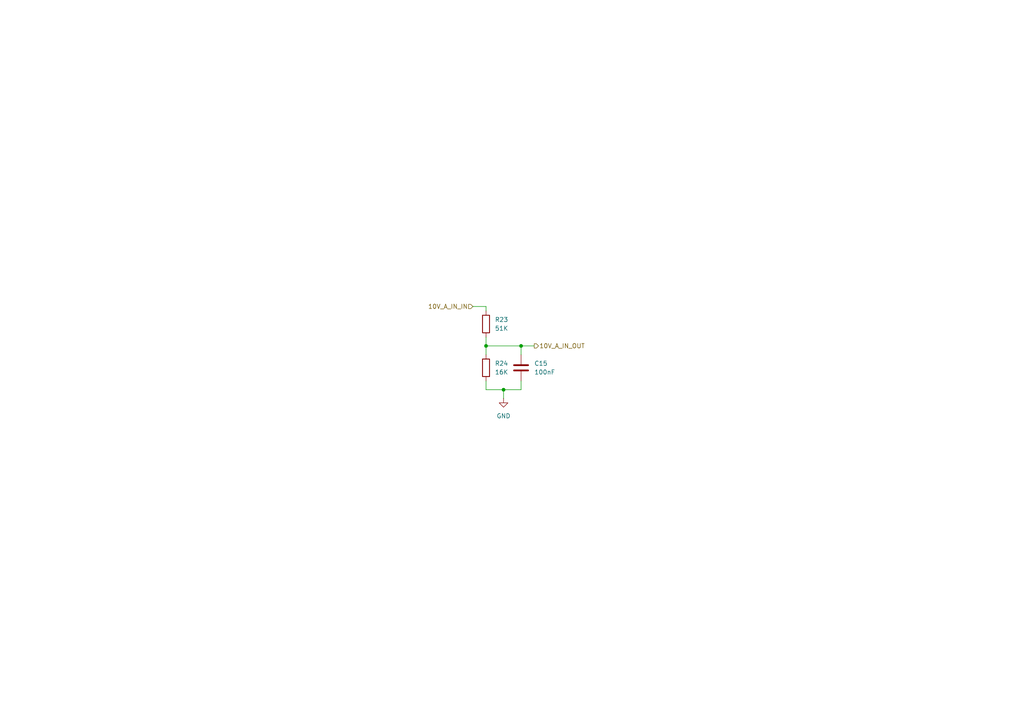
<source format=kicad_sch>
(kicad_sch (version 20250114) (generator "eeschema") (generator_version "9.0")
  (paper "A4")
  (lib_symbols
    (symbol "Device:C" (pin_numbers (hide yes)) (pin_names (offset 0.254))
      (property "Reference" "C" (at 0.635 2.54 0))
      (property "Value" "C" (at 0.635 -2.54 0))
      (symbol "C_0_1"
        (polyline (pts (xy -2.032 0.762) (xy 2.032 0.762)) (stroke (width 0.508)))
        (polyline (pts (xy -2.032 -0.762) (xy 2.032 -0.762)) (stroke (width 0.508)))
      )
      (symbol "C_1_1"
        (pin passive line (at 0 3.81 270) (length 2.794) (name "~") (number "1"))
        (pin passive line (at 0 -3.81 90) (length 2.794) (name "~") (number "2"))
      )
    )
    (symbol "Device:R" (pin_numbers (hide yes)) (pin_names (offset 0))
      (property "Reference" "R" (at 2.032 0 90))
      (property "Value" "R" (at 0 0 90))
      (symbol "R_0_1"
        (rectangle (start -1.016 -2.54) (end 1.016 2.54) (stroke (width 0.254)))
      )
      (symbol "R_1_1"
        (pin passive line (at 0 3.81 270) (length 1.27) (name "~") (number "1"))
        (pin passive line (at 0 -3.81 90) (length 1.27) (name "~") (number "2"))
      )
    )
    (symbol "power:GND" (power) (pin_numbers (hide yes)) (pin_names (offset 0) (hide yes))
      (property "Value" "GND" (at 0 -3.81 0))
      (symbol "GND_0_1"
        (polyline (pts (xy 0 0) (xy 0 -1.27) (xy 1.27 -1.27) (xy 0 -2.54) (xy -1.27 -1.27) (xy 0 -1.27)))
      )
      (symbol "GND_1_1"
        (pin power_in line (at 0 0 270) (length 0) (name "~") (number "1"))
      )
    )
  )
  (junction (at 151.13 100.33))
  (junction (at 140.97 100.33))
  (junction (at 146.05 113.03))
  (wire (pts (xy 146.05 113.03) (xy 140.97 113.03)))
  (wire (pts (xy 146.05 113.03) (xy 146.05 115.57)))
  (wire (pts (xy 151.13 113.03) (xy 146.05 113.03)))
  (wire (pts (xy 140.97 100.33) (xy 140.97 102.87)))
  (wire (pts (xy 140.97 88.9) (xy 140.97 90.17)))
  (wire (pts (xy 151.13 102.87) (xy 151.13 100.33)))
  (wire (pts (xy 151.13 100.33) (xy 140.97 100.33)))
  (wire (pts (xy 140.97 97.79) (xy 140.97 100.33)))
  (wire (pts (xy 137.16 88.9) (xy 140.97 88.9)))
  (wire (pts (xy 151.13 110.49) (xy 151.13 113.03)))
  (wire (pts (xy 151.13 100.33) (xy 154.94 100.33)))
  (wire (pts (xy 140.97 113.03) (xy 140.97 110.49)))
  (hierarchical_label "10V_A_IN_IN" (shape input) (at 137.16 88.9 180))
  (hierarchical_label "10V_A_IN_OUT" (shape output) (at 154.94 100.33 0))
  (symbol (lib_id "Device:C") (at 151.13 106.68 0) (unit 1)
    (property "Reference" "C15" (at 154.94 105.4099 0) (effects (justify left)))
    (property "Value" "100nF" (at 154.94 107.9499 0) (effects (justify left)))
    (property "Footprint" "Capacitor_SMD:C_0201_0603Metric" (effects (hide yes)))
    (property "Description" "Unpolarized capacitor" (effects (hide yes)))
  )
  (symbol (lib_id "Device:R") (at 140.97 106.68 0) (unit 1)
    (property "Reference" "R24" (at 143.51 105.4099 0) (effects (justify left)))
    (property "Value" "16K" (at 143.51 107.9499 0) (effects (justify left)))
    (property "Footprint" "Resistor_SMD:R_0201_0603Metric" (effects (hide yes)))
    (property "Description" "Resistor" (effects (hide yes)))
  )
  (symbol (lib_id "Device:R") (at 140.97 93.98 0) (unit 1)
    (property "Reference" "R23" (at 143.51 92.7099 0) (effects (justify left)))
    (property "Value" "51K" (at 143.51 95.2499 0) (effects (justify left)))
    (property "Footprint" "Resistor_SMD:R_0201_0603Metric" (effects (hide yes)))
    (property "Description" "Resistor" (effects (hide yes)))
  )
  (symbol (lib_id "power:GND") (at 146.05 115.57 0) (unit 1)
    (property "Reference" "#PWR047" (effects (hide yes)))
    (property "Value" "GND" (at 146.05 120.65 0))
    (property "Description" "Power symbol creates a global label with name \"GND\" , ground" (effects (hide yes)))
  )
)
</source>
